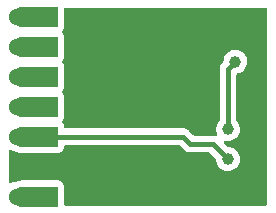
<source format=gbl>
G04 #@! TF.GenerationSoftware,KiCad,Pcbnew,(6.0.8)*
G04 #@! TF.CreationDate,2023-05-27T16:58:20+02:00*
G04 #@! TF.ProjectId,10_Audio_Facile,31305f41-7564-4696-9f5f-466163696c65,rev?*
G04 #@! TF.SameCoordinates,Original*
G04 #@! TF.FileFunction,Copper,L2,Bot*
G04 #@! TF.FilePolarity,Positive*
%FSLAX46Y46*%
G04 Gerber Fmt 4.6, Leading zero omitted, Abs format (unit mm)*
G04 Created by KiCad (PCBNEW (6.0.8)) date 2023-05-27 16:58:20*
%MOMM*%
%LPD*%
G01*
G04 APERTURE LIST*
G04 Aperture macros list*
%AMFreePoly0*
4,1,19,2.294749,0.844703,2.473926,0.804652,2.640323,0.727060,2.786177,0.615546,2.904682,0.475314,2.990310,0.312906,3.039066,0.135899,3.048675,-0.047448,3.018688,-0.228582,2.950505,-0.399051,2.847308,-0.550902,2.713909,-0.677050,2.556534,-0.771611,2.382525,-0.830171,2.200000,-0.850000,-0.850000,-0.850000,-0.850000,0.850000,2.200000,0.850000,2.294749,0.844703,2.294749,0.844703,
$1*%
G04 Aperture macros list end*
G04 #@! TA.AperFunction,ComponentPad*
%ADD10FreePoly0,180.000000*%
G04 #@! TD*
G04 #@! TA.AperFunction,ComponentPad*
%ADD11C,1.524000*%
G04 #@! TD*
G04 #@! TA.AperFunction,ViaPad*
%ADD12C,1.000000*%
G04 #@! TD*
G04 #@! TA.AperFunction,Conductor*
%ADD13C,0.400000*%
G04 #@! TD*
G04 APERTURE END LIST*
D10*
X104140000Y-68580000D03*
D11*
X101600000Y-68580000D03*
X101600000Y-73660000D03*
D10*
X104140000Y-73660000D03*
X104140000Y-71120000D03*
D11*
X101600000Y-71120000D03*
X101600000Y-63500000D03*
D10*
X104140000Y-63500000D03*
D11*
X101600000Y-60960000D03*
D10*
X104140000Y-60960000D03*
D11*
X101600000Y-76200000D03*
D10*
X104140000Y-76200000D03*
X104140000Y-66040000D03*
D11*
X101600000Y-66040000D03*
D12*
X108331000Y-74168000D03*
X110236000Y-73152000D03*
X106680000Y-74168000D03*
X117983000Y-68326000D03*
X117475000Y-70485000D03*
X121920000Y-66040000D03*
X116840000Y-62865000D03*
X111252000Y-64770000D03*
X106934000Y-67437000D03*
X113030000Y-73152000D03*
X121920000Y-63500000D03*
X114300000Y-76200000D03*
X111379000Y-60960000D03*
X117475000Y-73025000D03*
X121031000Y-67818000D03*
X106172000Y-62230000D03*
X114046000Y-66294000D03*
X118745000Y-76327000D03*
X113665000Y-60960000D03*
X106934000Y-64770000D03*
X108585000Y-67437000D03*
X119380000Y-62865000D03*
X109093000Y-60960000D03*
X115951000Y-60960000D03*
X109093000Y-64770000D03*
X115570000Y-67818000D03*
X120650000Y-60960000D03*
X120650000Y-74930000D03*
X116840000Y-74930000D03*
X118237000Y-60960000D03*
X119380000Y-70485000D03*
X120015000Y-64770000D03*
X119380000Y-73025000D03*
D13*
X109093000Y-64770000D02*
X109093000Y-60960000D01*
X106934000Y-67437000D02*
X106934000Y-64770000D01*
X119380000Y-70485000D02*
X119380000Y-65405000D01*
X119380000Y-65405000D02*
X120015000Y-64770000D01*
X116205000Y-71755000D02*
X115570000Y-71120000D01*
X119380000Y-73025000D02*
X118110000Y-71755000D01*
X118110000Y-71755000D02*
X116205000Y-71755000D01*
X115570000Y-71120000D02*
X104140000Y-71120000D01*
G04 #@! TA.AperFunction,Conductor*
G36*
X122623621Y-60218502D02*
G01*
X122670114Y-60272158D01*
X122681500Y-60324500D01*
X122681500Y-76835500D01*
X122661498Y-76903621D01*
X122607842Y-76950114D01*
X122555500Y-76961500D01*
X105629729Y-76961500D01*
X105561608Y-76941498D01*
X105515115Y-76887842D01*
X105503729Y-76835500D01*
X105503729Y-76277581D01*
X105503925Y-76270548D01*
X105506514Y-76224243D01*
X105506514Y-76224238D01*
X105506704Y-76220840D01*
X105503902Y-76167377D01*
X105503729Y-76160782D01*
X105503729Y-75350000D01*
X105498500Y-75276889D01*
X105457304Y-75136589D01*
X105430905Y-75095512D01*
X105383122Y-75021159D01*
X105383120Y-75021156D01*
X105378250Y-75013579D01*
X105367060Y-75003883D01*
X105274555Y-74923726D01*
X105274552Y-74923724D01*
X105267743Y-74917824D01*
X105134734Y-74857081D01*
X104990000Y-74836271D01*
X101893863Y-74836271D01*
X101892190Y-74836362D01*
X101892176Y-74836362D01*
X101868751Y-74837631D01*
X101838382Y-74839276D01*
X101748069Y-74849087D01*
X101704304Y-74853841D01*
X101704301Y-74853842D01*
X101700918Y-74854209D01*
X101697594Y-74854940D01*
X101697593Y-74854940D01*
X101595873Y-74877304D01*
X101595866Y-74877306D01*
X101592541Y-74878037D01*
X101417505Y-74936943D01*
X101417266Y-74936233D01*
X101387899Y-74943203D01*
X101378537Y-74944022D01*
X101234949Y-74982497D01*
X101169114Y-75000137D01*
X101169112Y-75000138D01*
X101163804Y-75001560D01*
X101158823Y-75003882D01*
X101158822Y-75003883D01*
X101017750Y-75069666D01*
X100947558Y-75080327D01*
X100882746Y-75051347D01*
X100843889Y-74991927D01*
X100838500Y-74955471D01*
X100838500Y-72364529D01*
X100858502Y-72296408D01*
X100912158Y-72249915D01*
X100982432Y-72239811D01*
X101017750Y-72250334D01*
X101163804Y-72318440D01*
X101169112Y-72319862D01*
X101169114Y-72319863D01*
X101234949Y-72337503D01*
X101378537Y-72375978D01*
X101384019Y-72376458D01*
X101384027Y-72376459D01*
X101390916Y-72377062D01*
X101433182Y-72388387D01*
X101447349Y-72394993D01*
X101552393Y-72430753D01*
X101555712Y-72431495D01*
X101555716Y-72431496D01*
X101593059Y-72439843D01*
X101732627Y-72471040D01*
X101816011Y-72482611D01*
X101821680Y-72482928D01*
X101850362Y-72483729D01*
X104990000Y-72483729D01*
X105021986Y-72481441D01*
X105056373Y-72478982D01*
X105056374Y-72478982D01*
X105063111Y-72478500D01*
X105172835Y-72446282D01*
X105194765Y-72439843D01*
X105194767Y-72439842D01*
X105203411Y-72437304D01*
X105248388Y-72408399D01*
X105318841Y-72363122D01*
X105318844Y-72363120D01*
X105326421Y-72358250D01*
X105370822Y-72307009D01*
X105416274Y-72254555D01*
X105416276Y-72254552D01*
X105422176Y-72247743D01*
X105426368Y-72238565D01*
X105452548Y-72181238D01*
X105482919Y-72114734D01*
X105503729Y-71970000D01*
X105503729Y-71954500D01*
X105523731Y-71886379D01*
X105577387Y-71839886D01*
X105629729Y-71828500D01*
X115224340Y-71828500D01*
X115292461Y-71848502D01*
X115313435Y-71865405D01*
X115683550Y-72235520D01*
X115689404Y-72241785D01*
X115727439Y-72285385D01*
X115733657Y-72289755D01*
X115779697Y-72322112D01*
X115784993Y-72326045D01*
X115835282Y-72365477D01*
X115842204Y-72368602D01*
X115844452Y-72369964D01*
X115859185Y-72378368D01*
X115861524Y-72379622D01*
X115867739Y-72383990D01*
X115874815Y-72386749D01*
X115874819Y-72386751D01*
X115927274Y-72407202D01*
X115933352Y-72409757D01*
X115991574Y-72436045D01*
X115999045Y-72437429D01*
X116001599Y-72438230D01*
X116017878Y-72442867D01*
X116020433Y-72443523D01*
X116027509Y-72446282D01*
X116055962Y-72450028D01*
X116090851Y-72454621D01*
X116097367Y-72455653D01*
X116150865Y-72465568D01*
X116160187Y-72467296D01*
X116167767Y-72466859D01*
X116167768Y-72466859D01*
X116222398Y-72463709D01*
X116229651Y-72463500D01*
X117764339Y-72463500D01*
X117832460Y-72483502D01*
X117853435Y-72500405D01*
X118334375Y-72981346D01*
X118368400Y-73043658D01*
X118370837Y-73059898D01*
X118383268Y-73207934D01*
X118437783Y-73398050D01*
X118528187Y-73573956D01*
X118651035Y-73728953D01*
X118801650Y-73857136D01*
X118974294Y-73953624D01*
X119162392Y-74014740D01*
X119358777Y-74038158D01*
X119364912Y-74037686D01*
X119364914Y-74037686D01*
X119549830Y-74023457D01*
X119549834Y-74023456D01*
X119555972Y-74022984D01*
X119746463Y-73969798D01*
X119751967Y-73967018D01*
X119751969Y-73967017D01*
X119917495Y-73883404D01*
X119917497Y-73883403D01*
X119922996Y-73880625D01*
X120078847Y-73758861D01*
X120208078Y-73609145D01*
X120305769Y-73437179D01*
X120368197Y-73249513D01*
X120392985Y-73053295D01*
X120393380Y-73025000D01*
X120374080Y-72828167D01*
X120316916Y-72638831D01*
X120224066Y-72464204D01*
X120111387Y-72326046D01*
X120102960Y-72315713D01*
X120102957Y-72315710D01*
X120099065Y-72310938D01*
X120094316Y-72307009D01*
X119951425Y-72188799D01*
X119951421Y-72188797D01*
X119946675Y-72184870D01*
X119772701Y-72090802D01*
X119583768Y-72032318D01*
X119577643Y-72031674D01*
X119577642Y-72031674D01*
X119514084Y-72024994D01*
X119410820Y-72014141D01*
X119345164Y-71987128D01*
X119334896Y-71977926D01*
X119042407Y-71685437D01*
X119008381Y-71623125D01*
X119013446Y-71552310D01*
X119055993Y-71495474D01*
X119122513Y-71470663D01*
X119157715Y-71473220D01*
X119162392Y-71474740D01*
X119168510Y-71475470D01*
X119168512Y-71475470D01*
X119235493Y-71483457D01*
X119358777Y-71498158D01*
X119364912Y-71497686D01*
X119364914Y-71497686D01*
X119549830Y-71483457D01*
X119549834Y-71483456D01*
X119555972Y-71482984D01*
X119746463Y-71429798D01*
X119751967Y-71427018D01*
X119751969Y-71427017D01*
X119917495Y-71343404D01*
X119917497Y-71343403D01*
X119922996Y-71340625D01*
X120078847Y-71218861D01*
X120208078Y-71069145D01*
X120305769Y-70897179D01*
X120368197Y-70709513D01*
X120392985Y-70513295D01*
X120393188Y-70498753D01*
X120393331Y-70488523D01*
X120393331Y-70488520D01*
X120393380Y-70485000D01*
X120374080Y-70288167D01*
X120369277Y-70272257D01*
X120348556Y-70203627D01*
X120316916Y-70098831D01*
X120224066Y-69924204D01*
X120116857Y-69792753D01*
X120089303Y-69727321D01*
X120088500Y-69713117D01*
X120088500Y-65891168D01*
X120108502Y-65823047D01*
X120162158Y-65776554D01*
X120189308Y-65768112D01*
X120190972Y-65767984D01*
X120381463Y-65714798D01*
X120386967Y-65712018D01*
X120386969Y-65712017D01*
X120552495Y-65628404D01*
X120552497Y-65628403D01*
X120557996Y-65625625D01*
X120713847Y-65503861D01*
X120843078Y-65354145D01*
X120940769Y-65182179D01*
X121003197Y-64994513D01*
X121027985Y-64798295D01*
X121028380Y-64770000D01*
X121009080Y-64573167D01*
X120992360Y-64517786D01*
X120953697Y-64389731D01*
X120951916Y-64383831D01*
X120859066Y-64209204D01*
X120788709Y-64122938D01*
X120737960Y-64060713D01*
X120737957Y-64060710D01*
X120734065Y-64055938D01*
X120727724Y-64050692D01*
X120586425Y-63933799D01*
X120586421Y-63933797D01*
X120581675Y-63929870D01*
X120407701Y-63835802D01*
X120218768Y-63777318D01*
X120212643Y-63776674D01*
X120212642Y-63776674D01*
X120028204Y-63757289D01*
X120028202Y-63757289D01*
X120022075Y-63756645D01*
X119939576Y-63764153D01*
X119831251Y-63774011D01*
X119831248Y-63774012D01*
X119825112Y-63774570D01*
X119819206Y-63776308D01*
X119819202Y-63776309D01*
X119714076Y-63807249D01*
X119635381Y-63830410D01*
X119629923Y-63833263D01*
X119629919Y-63833265D01*
X119539147Y-63880720D01*
X119460110Y-63922040D01*
X119305975Y-64045968D01*
X119178846Y-64197474D01*
X119175879Y-64202872D01*
X119175875Y-64202877D01*
X119172397Y-64209204D01*
X119083567Y-64370787D01*
X119081706Y-64376654D01*
X119081705Y-64376656D01*
X119041648Y-64502932D01*
X119023765Y-64559306D01*
X119009725Y-64684474D01*
X119003421Y-64740679D01*
X118975950Y-64806146D01*
X118967301Y-64815729D01*
X118899472Y-64883558D01*
X118893206Y-64889412D01*
X118855340Y-64922444D01*
X118855337Y-64922447D01*
X118849615Y-64927439D01*
X118845248Y-64933653D01*
X118812872Y-64979719D01*
X118808939Y-64985014D01*
X118769524Y-65035282D01*
X118766401Y-65042198D01*
X118765017Y-65044484D01*
X118756643Y-65059165D01*
X118755378Y-65061525D01*
X118751010Y-65067739D01*
X118748250Y-65074818D01*
X118748249Y-65074820D01*
X118727798Y-65127275D01*
X118725247Y-65133344D01*
X118698955Y-65191573D01*
X118697571Y-65199040D01*
X118696770Y-65201595D01*
X118692141Y-65217848D01*
X118691478Y-65220428D01*
X118688718Y-65227509D01*
X118687727Y-65235040D01*
X118687726Y-65235042D01*
X118680379Y-65290852D01*
X118679348Y-65297359D01*
X118667704Y-65360186D01*
X118668141Y-65367766D01*
X118668141Y-65367767D01*
X118671291Y-65422392D01*
X118671500Y-65429646D01*
X118671500Y-69714483D01*
X118651498Y-69782604D01*
X118642021Y-69795473D01*
X118543846Y-69912474D01*
X118540879Y-69917872D01*
X118540875Y-69917877D01*
X118528076Y-69941159D01*
X118448567Y-70085787D01*
X118446706Y-70091654D01*
X118446705Y-70091656D01*
X118415380Y-70190406D01*
X118388765Y-70274306D01*
X118366719Y-70470851D01*
X118367235Y-70476995D01*
X118376692Y-70589615D01*
X118383268Y-70667934D01*
X118437783Y-70858050D01*
X118440604Y-70863539D01*
X118455158Y-70891859D01*
X118468506Y-70961589D01*
X118442036Y-71027467D01*
X118384152Y-71068575D01*
X118320147Y-71073346D01*
X118316702Y-71072708D01*
X118297158Y-71067142D01*
X118294568Y-71066477D01*
X118287491Y-71063718D01*
X118279960Y-71062727D01*
X118279958Y-71062726D01*
X118250339Y-71058827D01*
X118224139Y-71055378D01*
X118217641Y-71054348D01*
X118154814Y-71042704D01*
X118147234Y-71043141D01*
X118147233Y-71043141D01*
X118092608Y-71046291D01*
X118085354Y-71046500D01*
X116550662Y-71046500D01*
X116482541Y-71026498D01*
X116461567Y-71009596D01*
X116091435Y-70639465D01*
X116085581Y-70633198D01*
X116052556Y-70595340D01*
X116052553Y-70595337D01*
X116047561Y-70589615D01*
X115995280Y-70552871D01*
X115989986Y-70548939D01*
X115945693Y-70514209D01*
X115939718Y-70509524D01*
X115932802Y-70506401D01*
X115930516Y-70505017D01*
X115915835Y-70496643D01*
X115913475Y-70495378D01*
X115907261Y-70491010D01*
X115900182Y-70488250D01*
X115900180Y-70488249D01*
X115847725Y-70467798D01*
X115841656Y-70465247D01*
X115783427Y-70438955D01*
X115775960Y-70437571D01*
X115773405Y-70436770D01*
X115757152Y-70432141D01*
X115754572Y-70431478D01*
X115747491Y-70428718D01*
X115739960Y-70427727D01*
X115739958Y-70427726D01*
X115710339Y-70423827D01*
X115684139Y-70420378D01*
X115677641Y-70419348D01*
X115614814Y-70407704D01*
X115607234Y-70408141D01*
X115607233Y-70408141D01*
X115552608Y-70411291D01*
X115545354Y-70411500D01*
X105629729Y-70411500D01*
X105561608Y-70391498D01*
X105515115Y-70337842D01*
X105503729Y-70285500D01*
X105503729Y-70270000D01*
X105498500Y-70196889D01*
X105470701Y-70102214D01*
X105459843Y-70065235D01*
X105459842Y-70065233D01*
X105457304Y-70056589D01*
X105430905Y-70015512D01*
X105383122Y-69941159D01*
X105383120Y-69941156D01*
X105378250Y-69933579D01*
X105372676Y-69928749D01*
X105343525Y-69864922D01*
X105353627Y-69794647D01*
X105373018Y-69764474D01*
X105416274Y-69714555D01*
X105416276Y-69714552D01*
X105422176Y-69707743D01*
X105482919Y-69574734D01*
X105503729Y-69430000D01*
X105503729Y-68657581D01*
X105503925Y-68650548D01*
X105506514Y-68604243D01*
X105506514Y-68604238D01*
X105506704Y-68600840D01*
X105503902Y-68547377D01*
X105503729Y-68540782D01*
X105503729Y-67730000D01*
X105498500Y-67656889D01*
X105457304Y-67516589D01*
X105430905Y-67475512D01*
X105383122Y-67401159D01*
X105383120Y-67401156D01*
X105378250Y-67393579D01*
X105372676Y-67388749D01*
X105343525Y-67324922D01*
X105353627Y-67254647D01*
X105373018Y-67224474D01*
X105416274Y-67174555D01*
X105416276Y-67174552D01*
X105422176Y-67167743D01*
X105482919Y-67034734D01*
X105503729Y-66890000D01*
X105503729Y-66117581D01*
X105503925Y-66110548D01*
X105506514Y-66064243D01*
X105506514Y-66064238D01*
X105506704Y-66060840D01*
X105503902Y-66007377D01*
X105503729Y-66000782D01*
X105503729Y-65190000D01*
X105498500Y-65116889D01*
X105474538Y-65035282D01*
X105459843Y-64985235D01*
X105459842Y-64985233D01*
X105457304Y-64976589D01*
X105399469Y-64886596D01*
X105383122Y-64861159D01*
X105383120Y-64861156D01*
X105378250Y-64853579D01*
X105372676Y-64848749D01*
X105343525Y-64784922D01*
X105353627Y-64714647D01*
X105373018Y-64684474D01*
X105416274Y-64634555D01*
X105416276Y-64634552D01*
X105422176Y-64627743D01*
X105482919Y-64494734D01*
X105503729Y-64350000D01*
X105503729Y-63577581D01*
X105503925Y-63570548D01*
X105506514Y-63524243D01*
X105506514Y-63524238D01*
X105506704Y-63520840D01*
X105503902Y-63467377D01*
X105503729Y-63460782D01*
X105503729Y-62650000D01*
X105498500Y-62576889D01*
X105457304Y-62436589D01*
X105430905Y-62395512D01*
X105383122Y-62321159D01*
X105383120Y-62321156D01*
X105378250Y-62313579D01*
X105372676Y-62308749D01*
X105343525Y-62244922D01*
X105353627Y-62174647D01*
X105373018Y-62144474D01*
X105416274Y-62094555D01*
X105416276Y-62094552D01*
X105422176Y-62087743D01*
X105482919Y-61954734D01*
X105503729Y-61810000D01*
X105503729Y-61037581D01*
X105503925Y-61030548D01*
X105506514Y-60984243D01*
X105506514Y-60984238D01*
X105506704Y-60980840D01*
X105503902Y-60927377D01*
X105503729Y-60920782D01*
X105503729Y-60324500D01*
X105523731Y-60256379D01*
X105577387Y-60209886D01*
X105629729Y-60198500D01*
X122555500Y-60198500D01*
X122623621Y-60218502D01*
G37*
G04 #@! TD.AperFunction*
M02*

</source>
